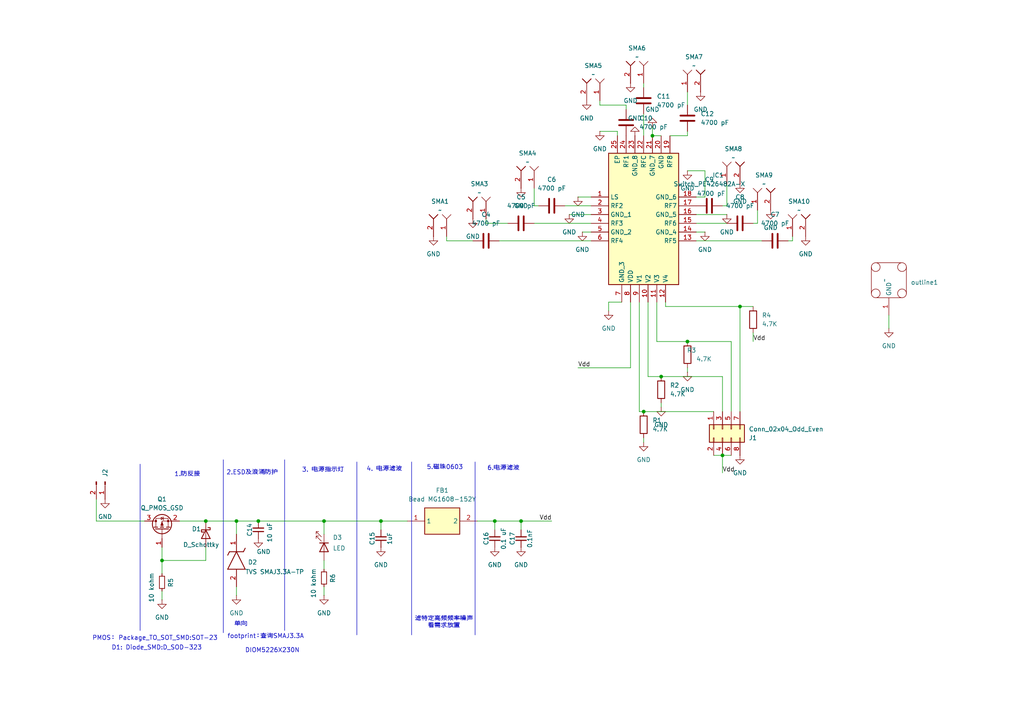
<source format=kicad_sch>
(kicad_sch (version 20231120) (generator "eeschema") (generator_version "8.0")
  (paper "A4")
  (lib_symbols
    (symbol "Connector:Conn_01x02_Pin" (pin_names (offset 1.016) hide)
      (property "Reference" "J" (at 0 2.54 0))
      (property "Value" "Conn_01x02_Pin" (at 0 -5.08 0))
      (symbol "Conn_01x02_Pin_1_1"
        (polyline (pts (xy 1.27 -2.54) (xy 0.8636 -2.54)) (stroke (width 0.1524)))
        (polyline (pts (xy 1.27 0) (xy 0.8636 0)) (stroke (width 0.1524)))
        (rectangle (start 0.8636 -2.413) (end 0 -2.667) (stroke (width 0.1524)) (fill (type outline)))
        (rectangle (start 0.8636 0.127) (end 0 -0.127) (stroke (width 0.1524)) (fill (type outline)))
        (pin passive line (at 5.08 0 180) (length 3.81) (name "Pin_1") (number "1"))
        (pin passive line (at 5.08 -2.54 180) (length 3.81) (name "Pin_2") (number "2"))
      )
    )
    (symbol "Connector_Generic:Conn_02x04_Odd_Even" (pin_names (offset 1.016) hide)
      (property "Reference" "J" (at 1.27 5.08 0))
      (property "Value" "Conn_02x04_Odd_Even" (at 1.27 -7.62 0))
      (symbol "Conn_02x04_Odd_Even_1_1"
        (rectangle (start -1.27 -4.953) (end 0 -5.207) (stroke (width 0.1524)))
        (rectangle (start -1.27 -2.413) (end 0 -2.667) (stroke (width 0.1524)))
        (rectangle (start -1.27 0.127) (end 0 -0.127) (stroke (width 0.1524)))
        (rectangle (start -1.27 2.667) (end 0 2.413) (stroke (width 0.1524)))
        (rectangle (start -1.27 3.81) (end 3.81 -6.35) (stroke (width 0.254)) (fill (type background)))
        (rectangle (start 3.81 -4.953) (end 2.54 -5.207) (stroke (width 0.1524)))
        (rectangle (start 3.81 -2.413) (end 2.54 -2.667) (stroke (width 0.1524)))
        (rectangle (start 3.81 0.127) (end 2.54 -0.127) (stroke (width 0.1524)))
        (rectangle (start 3.81 2.667) (end 2.54 2.413) (stroke (width 0.1524)))
        (pin passive line (at -5.08 2.54 0) (length 3.81) (name "Pin_1") (number "1"))
        (pin passive line (at 7.62 2.54 180) (length 3.81) (name "Pin_2") (number "2"))
        (pin passive line (at -5.08 0 0) (length 3.81) (name "Pin_3") (number "3"))
        (pin passive line (at 7.62 0 180) (length 3.81) (name "Pin_4") (number "4"))
        (pin passive line (at -5.08 -2.54 0) (length 3.81) (name "Pin_5") (number "5"))
        (pin passive line (at 7.62 -2.54 180) (length 3.81) (name "Pin_6") (number "6"))
        (pin passive line (at -5.08 -5.08 0) (length 3.81) (name "Pin_7") (number "7"))
        (pin passive line (at 7.62 -5.08 180) (length 3.81) (name "Pin_8") (number "8"))
      )
    )
    (symbol "Device:C" (pin_numbers hide) (pin_names (offset 0.254))
      (property "Reference" "C" (at 0.635 2.54 0))
      (property "Value" "C" (at 0.635 -2.54 0))
      (symbol "C_0_1"
        (polyline (pts (xy -2.032 -0.762) (xy 2.032 -0.762)) (stroke (width 0.508)))
        (polyline (pts (xy -2.032 0.762) (xy 2.032 0.762)) (stroke (width 0.508)))
      )
      (symbol "C_1_1"
        (pin passive line (at 0 3.81 270) (length 2.794) (name "~") (number "1"))
        (pin passive line (at 0 -3.81 90) (length 2.794) (name "~") (number "2"))
      )
    )
    (symbol "Device:C_Small" (pin_numbers hide) (pin_names (offset 0.254) hide)
      (property "Reference" "C" (at 0.254 1.778 0))
      (property "Value" "C_Small" (at 0.254 -2.032 0))
      (symbol "C_Small_0_1"
        (polyline (pts (xy -1.524 -0.508) (xy 1.524 -0.508)) (stroke (width 0.3302)))
        (polyline (pts (xy -1.524 0.508) (xy 1.524 0.508)) (stroke (width 0.3048)))
      )
      (symbol "C_Small_1_1"
        (pin passive line (at 0 2.54 270) (length 2.032) (name "~") (number "1"))
        (pin passive line (at 0 -2.54 90) (length 2.032) (name "~") (number "2"))
      )
    )
    (symbol "Device:D_Schottky" (pin_numbers hide) (pin_names (offset 1.016) hide)
      (property "Reference" "D" (at 0 2.54 0))
      (property "Value" "D_Schottky" (at 0 -2.54 0))
      (symbol "D_Schottky_0_1"
        (polyline (pts (xy 1.27 0) (xy -1.27 0)))
        (polyline (pts (xy 1.27 1.27) (xy 1.27 -1.27) (xy -1.27 0) (xy 1.27 1.27)) (stroke (width 0.254)))
        (polyline (pts (xy -1.905 0.635) (xy -1.905 1.27) (xy -1.27 1.27) (xy -1.27 -1.27) (xy -0.635 -1.27) (xy -0.635 -0.635)) (stroke (width 0.254)))
      )
      (symbol "D_Schottky_1_1"
        (pin passive line (at -3.81 0 0) (length 2.54) (name "K") (number "1"))
        (pin passive line (at 3.81 0 180) (length 2.54) (name "A") (number "2"))
      )
    )
    (symbol "Device:LED" (pin_numbers hide) (pin_names (offset 1.016) hide)
      (property "Reference" "D" (at 0 2.54 0))
      (property "Value" "LED" (at 0 -2.54 0))
      (symbol "LED_0_1"
        (polyline (pts (xy -1.27 -1.27) (xy -1.27 1.27)) (stroke (width 0.254)))
        (polyline (pts (xy -1.27 0) (xy 1.27 0)))
        (polyline (pts (xy 1.27 -1.27) (xy 1.27 1.27) (xy -1.27 0) (xy 1.27 -1.27)) (stroke (width 0.254)))
        (polyline (pts (xy -3.048 -0.762) (xy -4.572 -2.286) (xy -3.81 -2.286) (xy -4.572 -2.286) (xy -4.572 -1.524)))
        (polyline (pts (xy -1.778 -0.762) (xy -3.302 -2.286) (xy -2.54 -2.286) (xy -3.302 -2.286) (xy -3.302 -1.524)))
      )
      (symbol "LED_1_1"
        (pin passive line (at -3.81 0 0) (length 2.54) (name "K") (number "1"))
        (pin passive line (at 3.81 0 180) (length 2.54) (name "A") (number "2"))
      )
    )
    (symbol "Device:Q_PMOS_GSD" (pin_names (offset 0) hide)
      (property "Reference" "Q" (at 5.08 1.27 0))
      (property "Value" "Q_PMOS_GSD" (at 5.08 -1.27 0))
      (symbol "Q_PMOS_GSD_0_1"
        (polyline (pts (xy 0.254 0) (xy -2.54 0)))
        (polyline (pts (xy 0.254 1.905) (xy 0.254 -1.905)) (stroke (width 0.254)))
        (polyline (pts (xy 0.762 -1.27) (xy 0.762 -2.286)) (stroke (width 0.254)))
        (polyline (pts (xy 0.762 0.508) (xy 0.762 -0.508)) (stroke (width 0.254)))
        (polyline (pts (xy 0.762 2.286) (xy 0.762 1.27)) (stroke (width 0.254)))
        (polyline (pts (xy 2.54 2.54) (xy 2.54 1.778)))
        (polyline (pts (xy 2.54 -2.54) (xy 2.54 0) (xy 0.762 0)))
        (polyline (pts (xy 0.762 1.778) (xy 3.302 1.778) (xy 3.302 -1.778) (xy 0.762 -1.778)))
        (polyline (pts (xy 2.286 0) (xy 1.27 0.381) (xy 1.27 -0.381) (xy 2.286 0)) (fill (type outline)))
        (polyline (pts (xy 2.794 -0.508) (xy 2.921 -0.381) (xy 3.683 -0.381) (xy 3.81 -0.254)))
        (polyline (pts (xy 3.302 -0.381) (xy 2.921 0.254) (xy 3.683 0.254) (xy 3.302 -0.381)))
        (circle (center 1.651 0) (radius 2.794) (stroke (width 0.254)))
        (circle (center 2.54 -1.778) (radius 0.254) (fill (type outline)))
        (circle (center 2.54 1.778) (radius 0.254) (fill (type outline)))
      )
      (symbol "Q_PMOS_GSD_1_1"
        (pin input line (at -5.08 0 0) (length 2.54) (name "G") (number "1"))
        (pin passive line (at 2.54 -5.08 90) (length 2.54) (name "S") (number "2"))
        (pin passive line (at 2.54 5.08 270) (length 2.54) (name "D") (number "3"))
      )
    )
    (symbol "Device:R" (pin_numbers hide) (pin_names (offset 0))
      (property "Reference" "R" (at 2.032 0 90))
      (property "Value" "R" (at 0 0 90))
      (symbol "R_0_1"
        (rectangle (start -1.016 -2.54) (end 1.016 2.54) (stroke (width 0.254)))
      )
      (symbol "R_1_1"
        (pin passive line (at 0 3.81 270) (length 1.27) (name "~") (number "1"))
        (pin passive line (at 0 -3.81 90) (length 1.27) (name "~") (number "2"))
      )
    )
    (symbol "Device:R_Small" (pin_numbers hide) (pin_names (offset 0.254) hide)
      (property "Reference" "R" (at 0.762 0.508 0))
      (property "Value" "R_Small" (at 0.762 -1.016 0))
      (symbol "R_Small_0_1"
        (rectangle (start -0.762 1.778) (end 0.762 -1.778) (stroke (width 0.2032)))
      )
      (symbol "R_Small_1_1"
        (pin passive line (at 0 2.54 270) (length 0.762) (name "~") (number "1"))
        (pin passive line (at 0 -2.54 90) (length 0.762) (name "~") (number "2"))
      )
    )
    (symbol "MUSIC_LAB:Bead MG1608-152Y"
      (property "Reference" "FB" (at 16.51 7.62 0))
      (property "Value" "Bead MG1608-152Y" (at 16.51 5.08 0))
      (symbol "Bead MG1608-152Y_1_1"
        (rectangle (start 5.08 2.54) (end 15.24 -5.08) (stroke (width 0.254)) (fill (type background)))
        (pin passive line (at 0 -1.27 0) (length 5.08) (name "1") (number "1"))
        (pin passive line (at 20.32 -1.27 180) (length 5.08) (name "2") (number "2"))
      )
    )
    (symbol "MUSIC_LAB:SMA"
      (property "Reference" "SMA" (at 1.27 -1.27 0))
      (symbol "SMA_0_1"
        (polyline (pts (xy -1.27 1.27) (xy -2.54 0)))
        (polyline (pts (xy -1.27 1.27) (xy -2.54 0)))
        (polyline (pts (xy -1.27 1.27) (xy -2.54 0)))
        (polyline (pts (xy -1.27 1.27) (xy -2.54 0)))
        (polyline (pts (xy -1.27 1.27) (xy -2.54 2.54)))
        (polyline (pts (xy -1.27 1.27) (xy -2.54 2.54)))
        (polyline (pts (xy -1.27 1.27) (xy -2.54 2.54)))
        (polyline (pts (xy -1.27 1.27) (xy -2.54 2.54)))
        (polyline (pts (xy -1.27 5.08) (xy -2.54 3.81)))
        (polyline (pts (xy -1.27 5.08) (xy -2.54 6.35)))
      )
      (symbol "SMA_1_1"
        (pin passive line (at 3.81 5.08 180) (length 5.08) (name "") (number "1"))
        (pin passive line (at 3.81 1.27 180) (length 5.08) (name "") (number "2"))
      )
    )
    (symbol "MUSIC_LAB:Switch_PE426482A-X"
      (property "Reference" "IC" (at 26.67 17.78 0))
      (property "Value" "Switch_PE426482A-X" (at 26.67 15.24 0))
      (symbol "Switch_PE426482A-X_1_1"
        (rectangle (start 7.62 12.7) (end 27.94 -25.4) (stroke (width 0.254)) (fill (type background)))
        (pin passive line (at 2.54 0 0) (length 5.08) (name "LS") (number "1"))
        (pin passive line (at 19.05 -30.48 90) (length 5.08) (name "V2") (number "10"))
        (pin passive line (at 21.59 -30.48 90) (length 5.08) (name "V3") (number "11"))
        (pin passive line (at 24.13 -30.48 90) (length 5.08) (name "V4") (number "12"))
        (pin passive line (at 33.02 -12.7 180) (length 5.08) (name "RF5") (number "13"))
        (pin passive line (at 33.02 -10.16 180) (length 5.08) (name "GND_4") (number "14"))
        (pin passive line (at 33.02 -7.62 180) (length 5.08) (name "RF6") (number "15"))
        (pin passive line (at 33.02 -5.08 180) (length 5.08) (name "GND_5") (number "16"))
        (pin passive line (at 33.02 -2.54 180) (length 5.08) (name "RF7") (number "17"))
        (pin passive line (at 33.02 0 180) (length 5.08) (name "GND_6") (number "18"))
        (pin passive line (at 25.4 17.78 270) (length 5.08) (name "RF8") (number "19"))
        (pin passive line (at 2.54 -2.54 0) (length 5.08) (name "RF2") (number "2"))
        (pin passive line (at 22.86 17.78 270) (length 5.08) (name "GND") (number "20"))
        (pin passive line (at 20.32 17.78 270) (length 5.08) (name "GND_7") (number "21"))
        (pin passive line (at 17.78 17.78 270) (length 5.08) (name "RFC") (number "22"))
        (pin passive line (at 15.24 17.78 270) (length 5.08) (name "GND_8") (number "23"))
        (pin passive line (at 12.7 17.78 270) (length 5.08) (name "RF1") (number "24"))
        (pin passive line (at 10.16 17.78 270) (length 5.08) (name "EP") (number "25"))
        (pin passive line (at 2.54 -5.08 0) (length 5.08) (name "GND_1") (number "3"))
        (pin passive line (at 2.54 -7.62 0) (length 5.08) (name "RF3") (number "4"))
        (pin passive line (at 2.54 -10.16 0) (length 5.08) (name "GND_2") (number "5"))
        (pin passive line (at 2.54 -12.7 0) (length 5.08) (name "RF4") (number "6"))
        (pin passive line (at 11.43 -30.48 90) (length 5.08) (name "GND_3") (number "7"))
        (pin passive line (at 13.97 -30.48 90) (length 5.08) (name "VDD") (number "8"))
        (pin passive line (at 16.51 -30.48 90) (length 5.08) (name "V1") (number "9"))
      )
    )
    (symbol "MUSIC_LAB:TVS SMAJ3.3A-TP" (pin_names hide)
      (property "Reference" "D" (at 10.16 8.89 0))
      (property "Value" "TVS SMAJ3.3A-TP" (at 2.54 6.096 0))
      (symbol "TVS SMAJ3.3A-TP_1_1"
        (polyline (pts (xy 4.064 2.54) (xy 5.08 2.032)) (stroke (width 0.254)))
        (polyline (pts (xy 5.08 -2.032) (xy 5.08 2.032)) (stroke (width 0.254)))
        (polyline (pts (xy 5.08 -2.032) (xy 6.096 -2.54)) (stroke (width 0.254)))
        (polyline (pts (xy 5.08 0) (xy 10.16 2.54)) (stroke (width 0.254)))
        (polyline (pts (xy 10.16 -2.54) (xy 5.08 0)) (stroke (width 0.254)))
        (polyline (pts (xy 10.16 -2.54) (xy 10.16 2.54)) (stroke (width 0.254)))
        (pin passive line (at 0 0 0) (length 5.08) (name "K") (number "1"))
        (pin passive line (at 15.24 0 180) (length 5.08) (name "A") (number "2"))
      )
    )
    (symbol "Radar:outline"
      (property "Reference" "outline" (at 0 6.35 0))
      (symbol "outline_0_1"
        (circle (center -3.81 -3.81) (radius 1.27))
        (circle (center -3.81 3.81) (radius 1.27))
        (polyline (pts (xy -5.08 3.81) (xy -5.08 -3.81)))
        (polyline (pts (xy -3.81 -5.08) (xy 3.81 -5.08)))
        (polyline (pts (xy 3.81 5.08) (xy -3.81 5.08)))
        (polyline (pts (xy 5.08 3.81) (xy 5.08 -3.81)))
        (circle (center 3.81 -3.81) (radius 1.27))
        (circle (center 3.81 3.81) (radius 1.27))
      )
      (symbol "outline_1_1"
        (pin free line (at -10.16 0 0) (length 5.08) (name "GND") (number "1"))
      )
    )
    (symbol "power:GND" (power) (pin_numbers hide) (pin_names (offset 0) hide)
      (property "Value" "GND" (at 0 -3.81 0))
      (symbol "GND_0_1"
        (polyline (pts (xy 0 0) (xy 0 -1.27) (xy 1.27 -1.27) (xy 0 -2.54) (xy -1.27 -1.27) (xy 0 -1.27)))
      )
      (symbol "GND_1_1"
        (pin power_in line (at 0 0 270) (length 0) (name "~") (number "1"))
      )
    )
  )
  (junction (at 209.55 132.08))
  (junction (at 214.63 88.9))
  (junction (at 46.99 162.56))
  (junction (at 68.58 151.13))
  (junction (at 110.49 151.13))
  (junction (at 151.13 151.13))
  (junction (at 74.93 151.13))
  (junction (at 186.69 119.38))
  (junction (at 59.69 151.13))
  (junction (at 143.51 151.13))
  (junction (at 199.39 99.06))
  (junction (at 189.23 39.37))
  (junction (at 191.77 109.22))
  (junction (at 93.98 151.13))
  (wire (pts (xy 93.98 154.94) (xy 93.98 151.13)))
  (wire (pts (xy 167.64 106.68) (xy 182.88 106.68)))
  (wire (pts (xy 68.58 172.72) (xy 68.58 170.18)))
  (wire (pts (xy 193.04 88.9) (xy 214.63 88.9)))
  (wire (pts (xy 199.39 38.1) (xy 199.39 39.37)))
  (wire (pts (xy 110.49 151.13) (xy 118.11 151.13)))
  (wire (pts (xy 186.69 24.13) (xy 186.69 25.4)))
  (wire (pts (xy 173.99 30.48) (xy 181.61 30.48)))
  (wire (pts (xy 186.69 119.38) (xy 207.01 119.38)))
  (wire (pts (xy 209.55 132.08) (xy 207.01 132.08)))
  (wire (pts (xy 129.54 69.85) (xy 137.16 69.85)))
  (wire (pts (xy 68.58 151.13) (xy 74.93 151.13)))
  (wire (pts (xy 181.61 30.48) (xy 181.61 31.75)))
  (wire (pts (xy 182.88 106.68) (xy 182.88 87.63)))
  (wire (pts (xy 138.43 151.13) (xy 143.51 151.13)))
  (wire (pts (xy 190.5 87.63) (xy 190.5 99.06)))
  (polyline (pts (xy 137.795 133.985) (xy 137.795 184.15)))
  (wire (pts (xy 189.23 36.83) (xy 189.23 39.37)))
  (wire (pts (xy 210.82 62.23) (xy 201.93 62.23)))
  (wire (pts (xy 194.31 39.37) (xy 199.39 39.37)))
  (wire (pts (xy 140.97 63.5) (xy 140.97 64.77)))
  (wire (pts (xy 209.55 132.08) (xy 212.09 132.08)))
  (wire (pts (xy 199.39 107.95) (xy 199.39 106.68)))
  (wire (pts (xy 46.99 162.56) (xy 46.99 158.75)))
  (wire (pts (xy 186.69 33.02) (xy 186.69 39.37)))
  (wire (pts (xy 189.23 39.37) (xy 191.77 39.37)))
  (wire (pts (xy 210.82 59.69) (xy 209.55 59.69)))
  (wire (pts (xy 59.69 162.56) (xy 46.99 162.56)))
  (wire (pts (xy 199.39 99.06) (xy 212.09 99.06)))
  (wire (pts (xy 154.94 64.77) (xy 171.45 64.77)))
  (wire (pts (xy 214.63 88.9) (xy 218.44 88.9)))
  (wire (pts (xy 110.49 151.13) (xy 110.49 153.67)))
  (wire (pts (xy 204.47 67.31) (xy 201.93 67.31)))
  (wire (pts (xy 151.13 151.13) (xy 160.02 151.13)))
  (wire (pts (xy 154.94 54.61) (xy 154.94 59.69)))
  (wire (pts (xy 168.91 67.31) (xy 171.45 67.31)))
  (wire (pts (xy 185.42 119.38) (xy 186.69 119.38)))
  (wire (pts (xy 199.39 26.67) (xy 199.39 30.48)))
  (polyline (pts (xy 119.38 133.985) (xy 119.38 184.15)))
  (wire (pts (xy 193.04 87.63) (xy 193.04 88.9)))
  (wire (pts (xy 212.09 99.06) (xy 212.09 119.38)))
  (wire (pts (xy 219.71 64.77) (xy 218.44 64.77)))
  (wire (pts (xy 176.53 90.17) (xy 176.53 87.63)))
  (wire (pts (xy 187.96 109.22) (xy 191.77 109.22)))
  (wire (pts (xy 171.45 57.15) (xy 167.64 57.15)))
  (wire (pts (xy 27.94 151.13) (xy 27.94 144.78)))
  (polyline (pts (xy 64.77 133.35) (xy 64.77 183.515)))
  (polyline (pts (xy 82.55 133.35) (xy 82.55 182.88)))
  (wire (pts (xy 214.63 88.9) (xy 214.63 119.38)))
  (wire (pts (xy 218.44 99.06) (xy 218.44 96.52)))
  (wire (pts (xy 209.55 109.22) (xy 209.55 119.38)))
  (wire (pts (xy 187.96 87.63) (xy 187.96 109.22)))
  (wire (pts (xy 228.6 69.85) (xy 229.87 69.85)))
  (wire (pts (xy 74.93 151.13) (xy 93.98 151.13)))
  (wire (pts (xy 151.13 151.13) (xy 151.13 153.67)))
  (wire (pts (xy 156.21 59.69) (xy 154.94 59.69)))
  (wire (pts (xy 46.99 173.99) (xy 46.99 171.45)))
  (wire (pts (xy 219.71 60.96) (xy 219.71 64.77)))
  (wire (pts (xy 199.39 49.53) (xy 204.47 49.53)))
  (wire (pts (xy 173.99 29.21) (xy 173.99 30.48)))
  (wire (pts (xy 191.77 118.11) (xy 191.77 116.84)))
  (wire (pts (xy 93.98 165.1) (xy 93.98 162.56)))
  (wire (pts (xy 129.54 68.58) (xy 129.54 69.85)))
  (wire (pts (xy 27.94 151.13) (xy 41.91 151.13)))
  (wire (pts (xy 209.55 137.16) (xy 209.55 132.08)))
  (wire (pts (xy 179.07 38.1) (xy 179.07 39.37)))
  (wire (pts (xy 93.98 151.13) (xy 110.49 151.13)))
  (wire (pts (xy 171.45 62.23) (xy 165.1 62.23)))
  (wire (pts (xy 173.99 38.1) (xy 179.07 38.1)))
  (wire (pts (xy 204.47 49.53) (xy 204.47 57.15)))
  (wire (pts (xy 186.69 128.27) (xy 186.69 127)))
  (wire (pts (xy 143.51 151.13) (xy 143.51 153.67)))
  (wire (pts (xy 257.81 95.25) (xy 257.81 91.44)))
  (polyline (pts (xy 103.505 133.985) (xy 103.505 184.15)))
  (wire (pts (xy 176.53 87.63) (xy 180.34 87.63)))
  (wire (pts (xy 140.97 64.77) (xy 147.32 64.77)))
  (wire (pts (xy 190.5 99.06) (xy 199.39 99.06)))
  (wire (pts (xy 210.82 53.34) (xy 210.82 59.69)))
  (wire (pts (xy 144.78 69.85) (xy 171.45 69.85)))
  (polyline (pts (xy 40.64 134.62) (xy 40.64 182.88)))
  (wire (pts (xy 68.58 154.94) (xy 68.58 151.13)))
  (wire (pts (xy 229.87 68.58) (xy 229.87 69.85)))
  (wire (pts (xy 46.99 166.37) (xy 46.99 162.56)))
  (wire (pts (xy 59.69 158.75) (xy 59.69 162.56)))
  (wire (pts (xy 185.42 87.63) (xy 185.42 119.38)))
  (wire (pts (xy 201.93 69.85) (xy 220.98 69.85)))
  (wire (pts (xy 59.69 151.13) (xy 68.58 151.13)))
  (wire (pts (xy 171.45 59.69) (xy 163.83 59.69)))
  (wire (pts (xy 210.82 64.77) (xy 201.93 64.77)))
  (wire (pts (xy 204.47 57.15) (xy 201.93 57.15)))
  (wire (pts (xy 52.07 151.13) (xy 59.69 151.13)))
  (wire (pts (xy 191.77 109.22) (xy 209.55 109.22)))
  (wire (pts (xy 143.51 151.13) (xy 151.13 151.13)))
  (wire (pts (xy 93.98 172.72) (xy 93.98 170.18)))
  (text "2.ESD及浪涌防护" (at 73.152 137.16 0) (effects (font (size 1.27 1.27))))
  (text "PMOS： Package_TO_SOT_SMD:SOT-23" (at 44.958 185.166 0) (effects (font (size 1.27 1.27))))
  (text "footprint：查询SMAJ3.3A    \n\nDIOM5226X230N" (at 78.994 186.69 0) (effects (font (size 1.27 1.27))))
  (text "1.防反接" (at 54.356 137.668 0) (effects (font (size 1.27 1.27))))
  (text "滤特定高频频率噪声\n看需求放置" (at 128.778 180.594 0) (effects (font (size 1.27 1.27))))
  (text "3. 电源指示灯" (at 93.726 136.398 0) (effects (font (size 1.27 1.27))))
  (text "单向" (at 69.85 181.102 0) (effects (font (size 1.27 1.27))))
  (text "5.磁珠0603" (at 129.032 135.636 0) (effects (font (size 1.27 1.27))))
  (text "6.电源滤波" (at 146.05 135.89 0) (effects (font (size 1.27 1.27))))
  (text "4. 电源滤波" (at 111.506 136.144 0) (effects (font (size 1.27 1.27))))
  (text "D1: Diode_SMD:D_SOD-323" (at 45.466 187.96 0) (effects (font (size 1.27 1.27))))
  (label "Vdd" (at 209.55 137.16 0))
  (label "Vdd" (at 160.02 151.13 180))
  (label "Vdd" (at 218.44 99.06 0))
  (label "Vdd" (at 167.64 106.68 0))
  (symbol (lib_id "Device:R") (at 191.77 113.03 180) (unit 1)
    (property "Reference" "R2" (at 194.31 111.7599 0) (effects (justify right)))
    (property "Value" "4.7K" (at 194.31 114.2999 0) (effects (justify right)))
    (property "Footprint" "Resistor_SMD:R_0402_1005Metric" (effects (hide yes)))
    (property "Description" "Resistor" (effects (hide yes)))
  )
  (symbol (lib_id "Device:C") (at 151.13 64.77 90) (unit 1)
    (property "Reference" "C5" (at 151.13 57.15 90))
    (property "Value" "4700 pF" (at 151.13 59.69 90))
    (property "Footprint" "Capacitor_SMD:C_0402_1005Metric" (effects (hide yes)))
    (property "Description" "Unpolarized capacitor" (effects (hide yes)))
  )
  (symbol (lib_id "Device:C") (at 186.69 29.21 180) (unit 1)
    (property "Reference" "C11" (at 190.5 27.9399 0) (effects (justify right)))
    (property "Value" "4700 pF" (at 190.5 30.4799 0) (effects (justify right)))
    (property "Footprint" "Capacitor_SMD:C_0402_1005Metric" (effects (hide yes)))
    (property "Description" "Unpolarized capacitor" (effects (hide yes)))
  )
  (symbol (lib_id "Device:R") (at 186.69 123.19 180) (unit 1)
    (property "Reference" "R1" (at 189.23 121.9199 0) (effects (justify right)))
    (property "Value" "4.7K" (at 189.23 124.4599 0) (effects (justify right)))
    (property "Footprint" "Resistor_SMD:R_0402_1005Metric" (effects (hide yes)))
    (property "Description" "Resistor" (effects (hide yes)))
  )
  (symbol (lib_id "Device:R") (at 199.39 102.87 180) (unit 1)
    (property "Reference" "R3" (at 201.93 101.5999 0) (effects (justify left)))
    (property "Value" "4.7K" (at 201.93 104.1399 0) (effects (justify right)))
    (property "Footprint" "Resistor_SMD:R_0402_1005Metric" (effects (hide yes)))
    (property "Description" "Resistor" (effects (hide yes)))
  )
  (symbol (lib_id "power:GND") (at 189.23 36.83 0) (mirror x) (unit 1)
    (property "Reference" "#PWR017" (effects (hide yes)))
    (property "Value" "GND" (at 189.23 31.75 0))
    (property "Description" "Power symbol creates a global label with name \"GND\" , ground" (effects (hide yes)))
  )
  (symbol (lib_id "power:GND") (at 182.88 24.13 0) (unit 1)
    (property "Reference" "#PWR014" (effects (hide yes)))
    (property "Value" "GND" (at 182.88 29.21 0))
    (property "Description" "Power symbol creates a global label with name \"GND\" , ground" (effects (hide yes)))
  )
  (symbol (lib_id "Device:R_Small") (at 46.99 168.91 180) (unit 1)
    (property "Reference" "R5" (at 49.53 167.64 90) (effects (justify left)))
    (property "Value" "10 kohm" (at 43.942 166.116 90) (effects (justify left)))
    (property "Footprint" "Resistor_SMD:R_0402_1005Metric" (effects (hide yes)))
    (property "Description" "Resistor, small symbol" (effects (hide yes)))
  )
  (symbol (lib_id "power:GND") (at 173.99 38.1 0) (mirror y) (unit 1)
    (property "Reference" "#PWR012" (effects (hide yes)))
    (property "Value" "GND" (at 173.99 43.18 0))
    (property "Description" "Power symbol creates a global label with name \"GND\" , ground" (effects (hide yes)))
  )
  (symbol (lib_id "MUSIC_LAB:SMA") (at 149.86 50.8 270) (unit 1)
    (property "Reference" "SMA4" (at 153.035 44.45 90))
    (property "Value" "~" (at 153.035 46.99 90))
    (property "Footprint" "MUSIC_Lab:SMA_KHD_Back" (effects (hide yes)))
  )
  (symbol (lib_id "power:GND") (at 257.81 95.25 0) (unit 1)
    (property "Reference" "#PWR029" (effects (hide yes)))
    (property "Value" "GND" (at 257.81 100.33 0))
  )
  (symbol (lib_id "power:GND") (at 214.63 53.34 0) (mirror y) (unit 1)
    (property "Reference" "#PWR024" (effects (hide yes)))
    (property "Value" "GND" (at 214.63 58.42 0))
    (property "Description" "Power symbol creates a global label with name \"GND\" , ground" (effects (hide yes)))
  )
  (symbol (lib_id "power:GND") (at 210.82 62.23 0) (mirror y) (unit 1)
    (property "Reference" "#PWR023" (effects (hide yes)))
    (property "Value" "GND" (at 210.82 67.31 0))
    (property "Description" "Power symbol creates a global label with name \"GND\" , ground" (effects (hide yes)))
  )
  (symbol (lib_id "power:GND") (at 137.16 63.5 0) (unit 1)
    (property "Reference" "#PWR03" (effects (hide yes)))
    (property "Value" "GND" (at 137.16 68.58 0))
    (property "Description" "Power symbol creates a global label with name \"GND\" , ground" (effects (hide yes)))
  )
  (symbol (lib_id "power:GND") (at 167.64 57.15 0) (unit 1)
    (property "Reference" "#PWR09" (effects (hide yes)))
    (property "Value" "GND" (at 167.64 62.23 0))
    (property "Description" "Power symbol creates a global label with name \"GND\" , ground" (effects (hide yes)))
  )
  (symbol (lib_id "MUSIC_LAB:SMA") (at 124.46 64.77 270) (unit 1)
    (property "Reference" "SMA1" (at 127.635 58.42 90))
    (property "Value" "~" (at 127.635 60.96 90))
    (property "Footprint" "MUSIC_Lab:SMA_KHD_Back" (effects (hide yes)))
  )
  (symbol (lib_id "MUSIC_LAB:SMA") (at 224.79 57.15 90) (mirror x) (unit 1)
    (property "Reference" "SMA9" (at 221.615 50.8 90))
    (property "Value" "~" (at 221.615 53.34 90))
    (property "Footprint" "MUSIC_Lab:SMA_KHD_Back" (effects (hide yes)))
  )
  (symbol (lib_id "Radar:outline") (at 257.81 81.28 90) (unit 1)
    (property "Reference" "outline1" (at 264.16 81.915 90) (effects (justify right)))
    (property "Value" "~" (at 256.54 81.28 0))
    (property "Footprint" "MUSIC_Lab:Outline_4x3_cavity_1.5mm" (effects (hide yes)))
  )
  (symbol (lib_id "power:GND") (at 170.18 29.21 0) (unit 1)
    (property "Reference" "#PWR011" (effects (hide yes)))
    (property "Value" "GND" (at 170.18 34.29 0))
    (property "Description" "Power symbol creates a global label with name \"GND\" , ground" (effects (hide yes)))
  )
  (symbol (lib_id "power:GND") (at 199.39 49.53 0) (mirror y) (unit 1)
    (property "Reference" "#PWR022" (effects (hide yes)))
    (property "Value" "GND" (at 199.39 54.61 0))
    (property "Description" "Power symbol creates a global label with name \"GND\" , ground" (effects (hide yes)))
  )
  (symbol (lib_id "Connector:Conn_01x02_Pin") (at 30.48 139.7 270) (unit 1)
    (property "Reference" "J2" (at 30.48 137.16 0))
    (property "Value" "Conn_01x02_Pin" (effects (hide yes)))
    (property "Footprint" "Connector_JST:JST_XH_B2B-XH-A_1x02_P2.50mm_Vertical" (effects (hide yes)))
    (property "Description" "Generic connector, single row, 01x02, script generated" (effects (hide yes)))
  )
  (symbol (lib_id "Device:C") (at 199.39 34.29 180) (unit 1)
    (property "Reference" "C12" (at 203.2 33.0199 0) (effects (justify right)))
    (property "Value" "4700 pF" (at 203.2 35.5599 0) (effects (justify right)))
    (property "Footprint" "Capacitor_SMD:C_0402_1005Metric" (effects (hide yes)))
    (property "Description" "Unpolarized capacitor" (effects (hide yes)))
  )
  (symbol (lib_id "Device:C") (at 224.79 69.85 90) (unit 1)
    (property "Reference" "C7" (at 224.79 62.23 90))
    (property "Value" "4700 pF" (at 224.79 64.77 90))
    (property "Footprint" "Capacitor_SMD:C_0402_1005Metric" (effects (hide yes)))
    (property "Description" "Unpolarized capacitor" (effects (hide yes)))
  )
  (symbol (lib_id "power:GND") (at 110.49 158.75 0) (unit 1)
    (property "Reference" "#PWR035" (effects (hide yes)))
    (property "Value" "GND" (at 110.49 163.83 0))
    (property "Description" "Power symbol creates a global label with name \"GND\" , ground" (effects (hide yes)))
  )
  (symbol (lib_id "power:GND") (at 186.69 128.27 0) (mirror y) (unit 1)
    (property "Reference" "#PWR019" (effects (hide yes)))
    (property "Value" "GND" (at 186.69 133.35 0))
    (property "Description" "Power symbol creates a global label with name \"GND\" , ground" (effects (hide yes)))
  )
  (symbol (lib_id "Connector_Generic:Conn_02x04_Odd_Even") (at 209.55 124.46 90) (mirror x) (unit 1)
    (property "Reference" "J1" (at 217.17 127.0001 90) (effects (justify right)))
    (property "Value" "Conn_02x04_Odd_Even" (at 217.17 124.4601 90) (effects (justify right)))
    (property "Footprint" "Connector_PinHeader_2.54mm:PinHeader_2x04_P2.54mm_Vertical" (effects (hide yes)))
    (property "Description" "Generic connector, double row, 02x04, odd/even pin numbering scheme (row 1 odd numbers, row 2 even numbers), script generated (kicad-library-utils/schlib/autogen/connector/)" (effects (hide yes)))
  )
  (symbol (lib_id "power:GND") (at 203.2 26.67 0) (mirror y) (unit 1)
    (property "Reference" "#PWR018" (effects (hide yes)))
    (property "Value" "GND" (at 203.2 31.75 0))
    (property "Description" "Power symbol creates a global label with name \"GND\" , ground" (effects (hide yes)))
  )
  (symbol (lib_id "MUSIC_LAB:SMA") (at 204.47 22.86 90) (mirror x) (unit 1)
    (property "Reference" "SMA7" (at 201.295 16.51 90))
    (property "Value" "~" (at 201.295 19.05 90))
    (property "Footprint" "MUSIC_Lab:SMA_KHD_Back" (effects (hide yes)))
  )
  (symbol (lib_id "power:GND") (at 151.13 158.75 0) (unit 1)
    (property "Reference" "#PWR037" (effects (hide yes)))
    (property "Value" "GND" (at 151.13 163.83 0))
    (property "Description" "Power symbol creates a global label with name \"GND\" , ground" (effects (hide yes)))
  )
  (symbol (lib_id "MUSIC_LAB:SMA") (at 234.95 64.77 90) (mirror x) (unit 1)
    (property "Reference" "SMA10" (at 231.775 58.42 90))
    (property "Value" "~" (at 231.775 60.96 90))
    (property "Footprint" "MUSIC_Lab:SMA_KHD_Back" (effects (hide yes)))
  )
  (symbol (lib_id "power:GND") (at 233.68 68.58 0) (mirror y) (unit 1)
    (property "Reference" "#PWR026" (effects (hide yes)))
    (property "Value" "GND" (at 233.68 73.66 0))
    (property "Description" "Power symbol creates a global label with name \"GND\" , ground" (effects (hide yes)))
  )
  (symbol (lib_id "power:GND") (at 204.47 67.31 0) (mirror y) (unit 1)
    (property "Reference" "#PWR021" (effects (hide yes)))
    (property "Value" "GND" (at 204.47 72.39 0))
    (property "Description" "Power symbol creates a global label with name \"GND\" , ground" (effects (hide yes)))
  )
  (symbol (lib_id "Device:C") (at 205.74 59.69 90) (unit 1)
    (property "Reference" "C9" (at 205.74 52.07 90))
    (property "Value" "4700 pF" (at 206.248 56.134 90))
    (property "Footprint" "Capacitor_SMD:C_0402_1005Metric" (effects (hide yes)))
    (property "Description" "Unpolarized capacitor" (effects (hide yes)))
  )
  (symbol (lib_id "Device:C_Small") (at 110.49 156.21 180) (unit 1)
    (property "Reference" "C15" (at 107.95 156.21 90))
    (property "Value" "1uF" (at 113.03 156.21 90))
    (property "Footprint" "Capacitor_SMD:C_0402_1005Metric" (effects (hide yes)))
    (property "Description" "Unpolarized capacitor, small symbol" (effects (hide yes)))
  )
  (symbol (lib_id "power:GND") (at 68.58 172.72 0) (unit 1)
    (property "Reference" "#PWR032" (effects (hide yes)))
    (property "Value" "GND" (at 68.58 177.8 0))
    (property "Description" "Power symbol creates a global label with name \"GND\" , ground" (effects (hide yes)))
  )
  (symbol (lib_id "power:GND") (at 151.13 54.61 0) (unit 1)
    (property "Reference" "#PWR05" (effects (hide yes)))
    (property "Value" "GND" (at 151.13 59.69 0))
    (property "Description" "Power symbol creates a global label with name \"GND\" , ground" (effects (hide yes)))
  )
  (symbol (lib_id "Device:C") (at 181.61 35.56 180) (unit 1)
    (property "Reference" "C10" (at 185.42 34.2899 0) (effects (justify right)))
    (property "Value" "4700 pF" (at 185.42 36.8299 0) (effects (justify right)))
    (property "Footprint" "Capacitor_SMD:C_0402_1005Metric" (effects (hide yes)))
    (property "Description" "Unpolarized capacitor" (effects (hide yes)))
  )
  (symbol (lib_id "power:GND") (at 46.99 173.99 0) (unit 1)
    (property "Reference" "#PWR031" (effects (hide yes)))
    (property "Value" "GND" (at 46.99 179.07 0))
    (property "Description" "Power symbol creates a global label with name \"GND\" , ground" (effects (hide yes)))
  )
  (symbol (lib_id "power:GND") (at 223.52 60.96 0) (mirror y) (unit 1)
    (property "Reference" "#PWR025" (effects (hide yes)))
    (property "Value" "GND" (at 223.52 66.04 0))
    (property "Description" "Power symbol creates a global label with name \"GND\" , ground" (effects (hide yes)))
  )
  (symbol (lib_id "MUSIC_LAB:SMA") (at 168.91 25.4 270) (unit 1)
    (property "Reference" "SMA5" (at 172.085 19.05 90))
    (property "Value" "~" (at 172.085 21.59 90))
    (property "Footprint" "MUSIC_Lab:SMA_KHD_Back" (effects (hide yes)))
  )
  (symbol (lib_id "MUSIC_LAB:TVS SMAJ3.3A-TP") (at 68.58 154.94 270) (unit 1)
    (property "Reference" "D2" (at 71.882 163.068 90) (effects (justify left)))
    (property "Value" "TVS SMAJ3.3A-TP" (at 71.12 165.862 90) (effects (justify left)))
    (property "Footprint" "MUSIC_Lab:TVS DIOM5226X230N" (effects (hide yes)))
    (property "Datasheet" "https://www.mccsemi.com/pdf/Products/SMAJ5.0A-SMAJ440CA(SMA).pdf" (effects (hide yes)))
    (property "Description" "TVS" (effects (hide yes)))
    (property "Height" "2.3" (effects (hide yes)))
    (property "Mouser Part Number" "833-SMAJ6.0A-TP" (effects (hide yes)))
    (property "Mouser Price/Stock" "https://www.mouser.co.uk/ProductDetail/Micro-Commercial-Components-MCC/SMAJ6.0A-TP?qs=ZNK0BnemlqFcPFigxIydHg%3D%3D" (effects (hide yes)))
    (property "Manufacturer_Name" "MCC" (effects (hide yes)))
    (property "Manufacturer_Part_Number" "SMAJ6.0A-TP" (effects (hide yes)))
  )
  (symbol (lib_id "Device:R") (at 218.44 92.71 180) (unit 1)
    (property "Reference" "R4" (at 220.98 91.4399 0) (effects (justify right)))
    (property "Value" "4.7K" (at 220.98 93.9799 0) (effects (justify right)))
    (property "Footprint" "Resistor_SMD:R_0402_1005Metric" (effects (hide yes)))
    (property "Description" "Resistor" (effects (hide yes)))
  )
  (symbol (lib_id "Device:R_Small") (at 93.98 167.64 180) (unit 1)
    (property "Reference" "R6" (at 96.52 166.37 90) (effects (justify left)))
    (property "Value" "10 kohm" (at 90.932 164.846 90) (effects (justify left)))
    (property "Footprint" "Resistor_SMD:R_0402_1005Metric" (effects (hide yes)))
    (property "Description" "Resistor, small symbol" (effects (hide yes)))
  )
  (symbol (lib_id "power:GND") (at 184.15 39.37 0) (mirror x) (unit 1)
    (property "Reference" "#PWR015" (effects (hide yes)))
    (property "Value" "GND" (at 184.15 34.29 0))
    (property "Description" "Power symbol creates a global label with name \"GND\" , ground" (effects (hide yes)))
  )
  (symbol (lib_id "Device:LED") (at 93.98 158.75 270) (unit 1)
    (property "Reference" "D3" (at 96.52 155.8924 90) (effects (justify left)))
    (property "Value" "LED" (at 96.52 159.004 90) (effects (justify left)))
    (property "Footprint" "LED_SMD:LED_0603_1608Metric_Pad1.05x0.95mm_HandSolder" (effects (hide yes)))
    (property "Description" "Light emitting diode" (effects (hide yes)))
  )
  (symbol (lib_id "power:GND") (at 74.93 156.21 0) (unit 1)
    (property "Reference" "#PWR033" (effects (hide yes)))
    (property "Value" "GND" (at 76.454 160.02 0))
    (property "Description" "Power symbol creates a global label with name \"GND\" , ground" (effects (hide yes)))
  )
  (symbol (lib_id "MUSIC_LAB:SMA") (at 135.89 59.69 270) (unit 1)
    (property "Reference" "SMA3" (at 139.065 53.34 90))
    (property "Value" "~" (at 139.065 55.88 90))
    (property "Footprint" "MUSIC_Lab:SMA_KHD_Back" (effects (hide yes)))
  )
  (symbol (lib_id "Device:C") (at 140.97 69.85 90) (unit 1)
    (property "Reference" "C4" (at 140.97 62.23 90))
    (property "Value" "4700 pF" (at 140.97 64.77 90))
    (property "Footprint" "Capacitor_SMD:C_0402_1005Metric" (effects (hide yes)))
    (property "Description" "Unpolarized capacitor" (effects (hide yes)))
  )
  (symbol (lib_id "power:GND") (at 30.48 144.78 0) (unit 1)
    (property "Reference" "#PWR030" (effects (hide yes)))
    (property "Value" "GND" (at 30.48 149.86 0))
    (property "Description" "Power symbol creates a global label with name \"GND\" , ground" (effects (hide yes)))
  )
  (symbol (lib_id "power:GND") (at 199.39 107.95 0) (mirror y) (unit 1)
    (property "Reference" "#PWR027" (effects (hide yes)))
    (property "Value" "GND" (at 199.39 113.03 0))
    (property "Description" "Power symbol creates a global label with name \"GND\" , ground" (effects (hide yes)))
  )
  (symbol (lib_id "MUSIC_LAB:SMA") (at 215.9 49.53 90) (mirror x) (unit 1)
    (property "Reference" "SMA8" (at 212.725 43.18 90))
    (property "Value" "~" (at 212.725 45.72 90))
    (property "Footprint" "MUSIC_Lab:SMA_KHD_Back" (effects (hide yes)))
  )
  (symbol (lib_id "MUSIC_LAB:Switch_PE426482A-X") (at 168.91 57.15 0) (unit 1)
    (property "Reference" "IC1" (at 208.28 50.8314 0))
    (property "Value" "Switch_PE426482A-X" (at 205.74 53.3714 0))
    (property "Footprint" "MUSIC_Lab:QFN50P400X400X90-25N" (effects (hide yes)))
    (property "Datasheet" "https://www.psemi.com/pdf/datasheets/pe426482ds.pdf" (effects (hide yes)))
    (property "Description" "RF Switch ICs SP8T, -55 to +125 C, Absorptive, 50? RF Switch, w/o ext. Vss" (effects (hide yes)))
    (property "Height" "0.9" (effects (hide yes)))
    (property "Mouser Part Number" "81-PE426482A-X" (effects (hide yes)))
    (property "Mouser Price/Stock" "https://www.mouser.co.uk/ProductDetail/pSemi/PE426482A-X?qs=5aG0NVq1C4yY1w5gq8I7Qg%3D%3D" (effects (hide yes)))
    (property "Manufacturer_Name" "Peregrine Semiconductor" (effects (hide yes)))
    (property "Manufacturer_Part_Number" "PE426482A-X" (effects (hide yes)))
  )
  (symbol (lib_id "power:GND") (at 125.73 68.58 0) (unit 1)
    (property "Reference" "#PWR01" (effects (hide yes)))
    (property "Value" "GND" (at 125.73 73.66 0))
    (property "Description" "Power symbol creates a global label with name \"GND\" , ground" (effects (hide yes)))
  )
  (symbol (lib_id "power:GND") (at 143.51 158.75 0) (unit 1)
    (property "Reference" "#PWR036" (effects (hide yes)))
    (property "Value" "GND" (at 143.51 163.83 0))
    (property "Description" "Power symbol creates a global label with name \"GND\" , ground" (effects (hide yes)))
  )
  (symbol (lib_id "power:GND") (at 191.77 118.11 0) (mirror y) (unit 1)
    (property "Reference" "#PWR020" (effects (hide yes)))
    (property "Value" "GND" (at 191.77 123.19 0))
    (property "Description" "Power symbol creates a global label with name \"GND\" , ground" (effects (hide yes)))
  )
  (symbol (lib_id "Device:C") (at 214.63 64.77 90) (unit 1)
    (property "Reference" "C8" (at 214.63 57.15 90))
    (property "Value" "4700 pF" (at 214.63 59.69 90))
    (property "Footprint" "Capacitor_SMD:C_0402_1005Metric" (effects (hide yes)))
    (property "Description" "Unpolarized capacitor" (effects (hide yes)))
  )
  (symbol (lib_id "Device:C_Small") (at 151.13 156.21 180) (unit 1)
    (property "Reference" "C17" (at 148.59 156.21 90))
    (property "Value" "0.1nF" (at 153.67 156.21 90))
    (property "Footprint" "Capacitor_SMD:C_0402_1005Metric" (effects (hide yes)))
    (property "Description" "Unpolarized capacitor, small symbol" (effects (hide yes)))
  )
  (symbol (lib_id "power:GND") (at 176.53 90.17 0) (mirror y) (unit 1)
    (property "Reference" "#PWR013" (effects (hide yes)))
    (property "Value" "GND" (at 176.53 95.25 0))
    (property "Description" "Power symbol creates a global label with name \"GND\" , ground" (effects (hide yes)))
  )
  (symbol (lib_id "power:GND") (at 93.98 172.72 0) (unit 1)
    (property "Reference" "#PWR034" (effects (hide yes)))
    (property "Value" "GND" (at 93.98 177.8 0))
    (property "Description" "Power symbol creates a global label with name \"GND\" , ground" (effects (hide yes)))
  )
  (symbol (lib_id "MUSIC_LAB:Bead MG1608-152Y") (at 118.11 149.86 0) (unit 1)
    (property "Reference" "FB1" (at 128.27 142.24 0))
    (property "Value" "Bead MG1608-152Y" (at 128.27 144.78 0))
    (property "Footprint" "MUSIC_Lab:Bead0603 BEADC1608X100N" (effects (hide yes)))
    (property "Datasheet" "https://componentsearchengine.com//MG1608-152Y.pdf" (effects (hide yes)))
    (property "Description" "Ferrite Beads Multi-Layer 1.5KOhm 25% 100MHz 0.05A 0.7Ohm DCR 0603 T/R" (effects (hide yes)))
    (property "Height" "1" (effects (hide yes)))
    (property "Mouser Part Number" "652-MG1608-152Y" (effects (hide yes)))
    (property "Mouser Price/Stock" "https://www.mouser.co.uk/ProductDetail/Bourns/MG1608-152Y?qs=NxuKWO2Bm4ZEn8s1zrbYww%3D%3D" (effects (hide yes)))
    (property "Manufacturer_Name" "Bourns" (effects (hide yes)))
    (property "Manufacturer_Part_Number" "MG1608-152Y" (effects (hide yes)))
  )
  (symbol (lib_id "power:GND") (at 168.91 67.31 0) (unit 1)
    (property "Reference" "#PWR010" (effects (hide yes)))
    (property "Value" "GND" (at 168.91 72.39 0))
    (property "Description" "Power symbol creates a global label with name \"GND\" , ground" (effects (hide yes)))
  )
  (symbol (lib_id "Device:C_Small") (at 143.51 156.21 180) (unit 1)
    (property "Reference" "C16" (at 140.97 156.21 90))
    (property "Value" "0.1 uF" (at 146.05 156.21 90))
    (property "Footprint" "Capacitor_SMD:C_0402_1005Metric" (effects (hide yes)))
    (property "Description" "Unpolarized capacitor, small symbol" (effects (hide yes)))
  )
  (symbol (lib_id "Device:C_Small") (at 74.93 153.67 180) (unit 1)
    (property "Reference" "C14" (at 72.39 153.67 90))
    (property "Value" "10 uF" (at 78.232 154.432 90))
    (property "Footprint" "Capacitor_SMD:C_0402_1005Metric" (effects (hide yes)))
    (property "Description" "Unpolarized capacitor, small symbol" (effects (hide yes)))
  )
  (symbol (lib_id "MUSIC_LAB:SMA") (at 181.61 20.32 270) (unit 1)
    (property "Reference" "SMA6" (at 184.785 13.97 90))
    (property "Value" "~" (at 184.785 16.51 90))
    (property "Footprint" "MUSIC_Lab:SMA_KHD_Back" (effects (hide yes)))
  )
  (symbol (lib_id "Device:C") (at 160.02 59.69 90) (unit 1)
    (property "Reference" "C6" (at 160.02 52.07 90))
    (property "Value" "4700 pF" (at 160.02 54.61 90))
    (property "Footprint" "Capacitor_SMD:C_0402_1005Metric" (effects (hide yes)))
    (property "Description" "Unpolarized capacitor" (effects (hide yes)))
  )
  (symbol (lib_id "power:GND") (at 214.63 132.08 0) (mirror y) (unit 1)
    (property "Reference" "#PWR016" (effects (hide yes)))
    (property "Value" "GND" (at 214.63 137.16 0))
    (property "Description" "Power symbol creates a global label with name \"GND\" , ground" (effects (hide yes)))
  )
  (symbol (lib_id "Device:Q_PMOS_GSD") (at 46.99 153.67 90) (unit 1)
    (property "Reference" "Q1" (at 46.99 144.78 90))
    (property "Value" "Q_PMOS_GSD" (at 46.99 147.32 90))
    (property "Footprint" "Package_TO_SOT_SMD:SOT-23" (effects (hide yes)))
    (property "Description" "P-MOSFET transistor, gate/source/drain" (effects (hide yes)))
  )
  (symbol (lib_id "power:GND") (at 165.1 62.23 0) (unit 1)
    (property "Reference" "#PWR07" (effects (hide yes)))
    (property "Value" "GND" (at 165.1 67.31 0))
    (property "Description" "Power symbol creates a global label with name \"GND\" , ground" (effects (hide yes)))
  )
  (symbol (lib_id "Device:D_Schottky") (at 59.69 154.94 270) (unit 1)
    (property "Reference" "D1" (at 55.626 153.416 90) (effects (justify left)))
    (property "Value" "D_Schottky" (at 53.086 157.988 90) (effects (justify left)))
    (property "Footprint" "Diode_SMD:D_SOD-323" (effects (hide yes)))
    (property "Description" "Schottky diode" (effects (hide yes)))
  )
)
</source>
